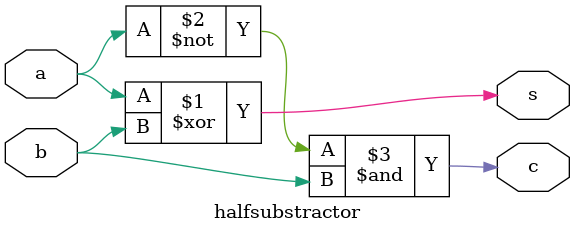
<source format=v>
module halfsubstractor(
	input a,b,
	output s,c
	);
	xor(s,a,b);
	and(c,~a,b);
	endmodule

</source>
